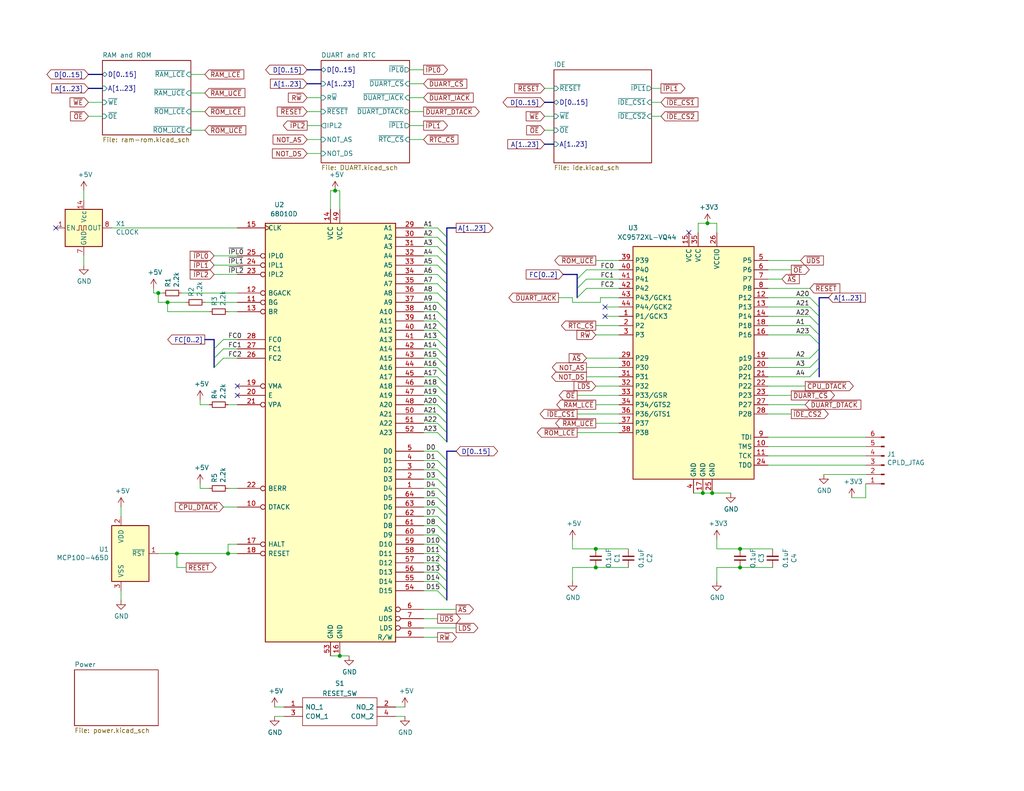
<source format=kicad_sch>
(kicad_sch (version 20211123) (generator eeschema)
  (paper "USLetter")
  (title_block (title "The Raven68k Experience") (date "2021-03-25") (rev "Rev 1.0.0") (company "Jani Kuituniemi and Chris Cureau"))
  (lib_symbols
    (symbol "CPU_NXP_68000:68010D" (pin_names (offset 0.762))
      (property "Reference" "U" (at 0 2.54 0))
      (property "Value" "68010D" (at 0 -3.81 0))
      (symbol "68010D_0_1"
        (rectangle (start -17.78 57.15) (end 17.78 -57.15) (stroke (width 0.254)) (fill (type background)))
      )
      (symbol "68010D_1_1"
        (pin bidirectional line (at 25.4 -15.24 180) (length 7.62) (name "D4") (number "1"))
        (pin input inverted (at -25.4 -20.32 0) (length 7.62) (name "DTACK") (number "10"))
        (pin output inverted (at -25.4 35.56 0) (length 7.62) (name "BG") (number "11"))
        (pin input inverted (at -25.4 38.1 0) (length 7.62) (name "BGACK") (number "12"))
        (pin input inverted (at -25.4 33.02 0) (length 7.62) (name "BR") (number "13"))
        (pin power_in line (at 0 60.96 270) (length 3.81) (name "VCC") (number "14"))
        (pin input clock (at -25.4 55.88 0) (length 7.62) (name "CLK") (number "15"))
        (pin power_in line (at 2.54 -60.96 90) (length 3.81) (name "GND") (number "16"))
        (pin bidirectional inverted (at -25.4 -30.48 0) (length 7.62) (name "HALT") (number "17"))
        (pin bidirectional inverted (at -25.4 -33.02 0) (length 7.62) (name "RESET") (number "18"))
        (pin output inverted (at -25.4 12.7 0) (length 7.62) (name "VMA") (number "19"))
        (pin bidirectional line (at 25.4 -12.7 180) (length 7.62) (name "D3") (number "2"))
        (pin output line (at -25.4 10.16 0) (length 7.62) (name "E") (number "20"))
        (pin input inverted (at -25.4 7.62 0) (length 7.62) (name "VPA") (number "21"))
        (pin input inverted (at -25.4 -15.24 0) (length 7.62) (name "BERR") (number "22"))
        (pin input inverted (at -25.4 43.18 0) (length 7.62) (name "IPL2") (number "23"))
        (pin input inverted (at -25.4 45.72 0) (length 7.62) (name "IPL1") (number "24"))
        (pin input inverted (at -25.4 48.26 0) (length 7.62) (name "IPL0") (number "25"))
        (pin output line (at -25.4 20.32 0) (length 7.62) (name "FC2") (number "26"))
        (pin output line (at -25.4 22.86 0) (length 7.62) (name "FC1") (number "27"))
        (pin output line (at -25.4 25.4 0) (length 7.62) (name "FC0") (number "28"))
        (pin output line (at 25.4 55.88 180) (length 7.62) (name "A1") (number "29"))
        (pin bidirectional line (at 25.4 -10.16 180) (length 7.62) (name "D2") (number "3"))
        (pin output line (at 25.4 53.34 180) (length 7.62) (name "A2") (number "30"))
        (pin output line (at 25.4 50.8 180) (length 7.62) (name "A3") (number "31"))
        (pin output line (at 25.4 48.26 180) (length 7.62) (name "A4") (number "32"))
        (pin output line (at 25.4 45.72 180) (length 7.62) (name "A5") (number "33"))
        (pin output line (at 25.4 43.18 180) (length 7.62) (name "A6") (number "34"))
        (pin output line (at 25.4 40.64 180) (length 7.62) (name "A7") (number "35"))
        (pin output line (at 25.4 38.1 180) (length 7.62) (name "A8") (number "36"))
        (pin output line (at 25.4 35.56 180) (length 7.62) (name "A9") (number "37"))
        (pin output line (at 25.4 33.02 180) (length 7.62) (name "A10") (number "38"))
        (pin output line (at 25.4 30.48 180) (length 7.62) (name "A11") (number "39"))
        (pin bidirectional line (at 25.4 -7.62 180) (length 7.62) (name "D1") (number "4"))
        (pin output line (at 25.4 27.94 180) (length 7.62) (name "A12") (number "40"))
        (pin output line (at 25.4 25.4 180) (length 7.62) (name "A13") (number "41"))
        (pin output line (at 25.4 22.86 180) (length 7.62) (name "A14") (number "42"))
        (pin output line (at 25.4 20.32 180) (length 7.62) (name "A15") (number "43"))
        (pin output line (at 25.4 17.78 180) (length 7.62) (name "A16") (number "44"))
        (pin output line (at 25.4 15.24 180) (length 7.62) (name "A17") (number "45"))
        (pin output line (at 25.4 12.7 180) (length 7.62) (name "A18") (number "46"))
        (pin output line (at 25.4 10.16 180) (length 7.62) (name "A19") (number "47"))
        (pin output line (at 25.4 7.62 180) (length 7.62) (name "A20") (number "48"))
        (pin power_in line (at 2.54 60.96 270) (length 3.81) (name "VCC") (number "49"))
        (pin bidirectional line (at 25.4 -5.08 180) (length 7.62) (name "D0") (number "5"))
        (pin output line (at 25.4 5.08 180) (length 7.62) (name "A21") (number "50"))
        (pin output line (at 25.4 2.54 180) (length 7.62) (name "A22") (number "51"))
        (pin output line (at 25.4 0 180) (length 7.62) (name "A23") (number "52"))
        (pin power_in line (at 0 -60.96 90) (length 3.81) (name "GND") (number "53"))
        (pin bidirectional line (at 25.4 -43.18 180) (length 7.62) (name "D15") (number "54"))
        (pin bidirectional line (at 25.4 -40.64 180) (length 7.62) (name "D14") (number "55"))
        (pin bidirectional line (at 25.4 -38.1 180) (length 7.62) (name "D13") (number "56"))
        (pin bidirectional line (at 25.4 -35.56 180) (length 7.62) (name "D12") (number "57"))
        (pin bidirectional line (at 25.4 -33.02 180) (length 7.62) (name "D11") (number "58"))
        (pin bidirectional line (at 25.4 -30.48 180) (length 7.62) (name "D10") (number "59"))
        (pin output inverted (at 25.4 -48.26 180) (length 7.62) (name "AS") (number "6"))
        (pin bidirectional line (at 25.4 -27.94 180) (length 7.62) (name "D9") (number "60"))
        (pin bidirectional line (at 25.4 -25.4 180) (length 7.62) (name "D8") (number "61"))
        (pin bidirectional line (at 25.4 -22.86 180) (length 7.62) (name "D7") (number "62"))
        (pin bidirectional line (at 25.4 -20.32 180) (length 7.62) (name "D6") (number "63"))
        (pin bidirectional line (at 25.4 -17.78 180) (length 7.62) (name "D5") (number "64"))
        (pin output inverted (at 25.4 -50.8 180) (length 7.62) (name "UDS") (number "7"))
        (pin output inverted (at 25.4 -53.34 180) (length 7.62) (name "LDS") (number "8"))
        (pin output line (at 25.4 -55.88 180) (length 7.62) (name "R/W") (number "9"))
      )
    )
    (symbol "Connector:Conn_01x06_Male" (pin_names (offset 1.016) hide)
      (property "Reference" "J" (at 0 7.62 0))
      (property "Value" "Conn_01x06_Male" (at 0 -10.16 0))
      (symbol "Conn_01x06_Male_1_1"
        (polyline (pts (xy 1.27 -7.62) (xy 0.8636 -7.62)) (stroke (width 0.1524)))
        (polyline (pts (xy 1.27 -5.08) (xy 0.8636 -5.08)) (stroke (width 0.1524)))
        (polyline (pts (xy 1.27 -2.54) (xy 0.8636 -2.54)) (stroke (width 0.1524)))
        (polyline (pts (xy 1.27 0) (xy 0.8636 0)) (stroke (width 0.1524)))
        (polyline (pts (xy 1.27 2.54) (xy 0.8636 2.54)) (stroke (width 0.1524)))
        (polyline (pts (xy 1.27 5.08) (xy 0.8636 5.08)) (stroke (width 0.1524)))
        (rectangle (start 0.8636 -7.493) (end 0 -7.747) (stroke (width 0.1524)) (fill (type outline)))
        (rectangle (start 0.8636 -4.953) (end 0 -5.207) (stroke (width 0.1524)) (fill (type outline)))
        (rectangle (start 0.8636 -2.413) (end 0 -2.667) (stroke (width 0.1524)) (fill (type outline)))
        (rectangle (start 0.8636 0.127) (end 0 -0.127) (stroke (width 0.1524)) (fill (type outline)))
        (rectangle (start 0.8636 2.667) (end 0 2.413) (stroke (width 0.1524)) (fill (type outline)))
        (rectangle (start 0.8636 5.207) (end 0 4.953) (stroke (width 0.1524)) (fill (type outline)))
        (pin passive line (at 5.08 5.08 180) (length 3.81) (name "Pin_1") (number "1"))
        (pin passive line (at 5.08 2.54 180) (length 3.81) (name "Pin_2") (number "2"))
        (pin passive line (at 5.08 0 180) (length 3.81) (name "Pin_3") (number "3"))
        (pin passive line (at 5.08 -2.54 180) (length 3.81) (name "Pin_4") (number "4"))
        (pin passive line (at 5.08 -5.08 180) (length 3.81) (name "Pin_5") (number "5"))
        (pin passive line (at 5.08 -7.62 180) (length 3.81) (name "Pin_6") (number "6"))
      )
    )
    (symbol "Device:C_Small" (pin_numbers hide) (pin_names (offset 0.254) hide)
      (property "Reference" "C" (at 0.254 1.778 0))
      (property "Value" "C_Small" (at 0.254 -2.032 0))
      (symbol "C_Small_0_1"
        (polyline (pts (xy -1.524 -0.508) (xy 1.524 -0.508)) (stroke (width 0.3302)))
        (polyline (pts (xy -1.524 0.508) (xy 1.524 0.508)) (stroke (width 0.3048)))
      )
      (symbol "C_Small_1_1"
        (pin passive line (at 0 2.54 270) (length 2.032) (name "~") (number "1"))
        (pin passive line (at 0 -2.54 90) (length 2.032) (name "~") (number "2"))
      )
    )
    (symbol "Device:R_Small" (pin_numbers hide) (pin_names (offset 0.254) hide)
      (property "Reference" "R" (at 0.762 0.508 0))
      (property "Value" "R_Small" (at 0.762 -1.016 0))
      (symbol "R_Small_0_1"
        (rectangle (start -0.762 1.778) (end 0.762 -1.778) (stroke (width 0.2032)))
      )
      (symbol "R_Small_1_1"
        (pin passive line (at 0 2.54 270) (length 0.762) (name "~") (number "1"))
        (pin passive line (at 0 -2.54 90) (length 0.762) (name "~") (number "2"))
      )
    )
    (symbol "Oscillator:CXO_DIP14" (pin_names (offset 0.254))
      (property "Reference" "X" (at -5.08 6.35 0))
      (property "Value" "CXO_DIP14" (at 1.27 -6.35 0))
      (symbol "CXO_DIP14_0_1"
        (rectangle (start -5.08 5.08) (end 5.08 -5.08) (stroke (width 0.254)) (fill (type background)))
        (polyline (pts (xy -1.905 -0.635) (xy -1.27 -0.635) (xy -1.27 0.635) (xy -0.635 0.635) (xy -0.635 -0.635) (xy 0 -0.635) (xy 0 0.635) (xy 0.635 0.635) (xy 0.635 -0.635)))
      )
      (symbol "CXO_DIP14_1_1"
        (pin input line (at -7.62 0 0) (length 2.54) (name "EN") (number "1"))
        (pin power_in line (at 0 7.62 270) (length 2.54) (name "Vcc") (number "14"))
        (pin power_in line (at 0 -7.62 90) (length 2.54) (name "GND") (number "7"))
        (pin output line (at 7.62 0 180) (length 2.54) (name "OUT") (number "8"))
      )
    )
    (symbol "Power_Supervisor:MCP100-485D" (pin_names (offset 1.016))
      (property "Reference" "U" (at 0 8.89 0))
      (property "Value" "MCP100-485D" (at -1.27 -8.89 0))
      (symbol "MCP100-485D_1_1"
        (rectangle (start -5.08 7.62) (end 5.08 -7.62) (stroke (width 0.254)) (fill (type background)))
        (pin output line (at 7.62 0 180) (length 2.54) (name "~{RST}") (number "1"))
        (pin power_in line (at -2.54 10.16 270) (length 2.54) (name "VDD") (number "2"))
        (pin power_in line (at -2.54 -10.16 90) (length 2.54) (name "VSS") (number "3"))
      )
    )
    (symbol "custom:TS02-66-170-BK-160-SCR-D" (pin_names (offset 0.762))
      (property "Reference" "S" (at 26.67 7.62 0))
      (property "Value" "TS02-66-170-BK-160-SCR-D" (at 26.67 5.08 0))
      (symbol "TS02-66-170-BK-160-SCR-D_0_0"
        (pin passive line (at 0 0 0) (length 5.08) (name "NO_1") (number "1"))
        (pin passive line (at 30.48 0 180) (length 5.08) (name "NO_2") (number "2"))
        (pin passive line (at 0 -2.54 0) (length 5.08) (name "COM_1") (number "3"))
        (pin passive line (at 30.48 -2.54 180) (length 5.08) (name "COM_2") (number "4"))
      )
      (symbol "TS02-66-170-BK-160-SCR-D_0_1"
        (polyline (pts (xy 5.08 2.54) (xy 25.4 2.54) (xy 25.4 -5.08) (xy 5.08 -5.08) (xy 5.08 2.54)) (stroke (width 0.1524)))
      )
    )
    (symbol "custom:XC9572XL-VQ44"
      (property "Reference" "U" (at -15.24 31.75 0))
      (property "Value" "XC9572XL-VQ44" (at -16.51 -34.29 0))
      (symbol "XC9572XL-VQ44_1_1"
        (rectangle (start -16.51 30.48) (end 16.51 -33.02) (stroke (width 0.254)) (fill (type background)))
        (pin bidirectional line (at -20.32 11.43 0) (length 3.81) (name "P1/GCK3") (number "1"))
        (pin input line (at 20.32 -24.13 180) (length 3.81) (name "TMS") (number "10"))
        (pin input line (at 20.32 -26.67 180) (length 3.81) (name "TCK") (number "11"))
        (pin bidirectional line (at 20.32 16.51 180) (length 3.81) (name "P12") (number "12"))
        (pin bidirectional line (at 20.32 13.97 180) (length 3.81) (name "P13") (number "13"))
        (pin bidirectional line (at 20.32 11.43 180) (length 3.81) (name "P14") (number "14"))
        (pin power_in line (at -1.27 34.29 270) (length 3.81) (name "VCC") (number "15"))
        (pin bidirectional line (at 20.32 6.35 180) (length 3.81) (name "P16") (number "16"))
        (pin power_in line (at 2.54 -36.83 90) (length 3.81) (name "GND") (number "17"))
        (pin bidirectional line (at 20.32 8.89 180) (length 3.81) (name "P18") (number "18"))
        (pin bidirectional line (at 20.32 0 180) (length 3.81) (name "p19") (number "19"))
        (pin bidirectional line (at -20.32 8.89 0) (length 3.81) (name "P2") (number "2"))
        (pin bidirectional line (at 20.32 -2.54 180) (length 3.81) (name "p20") (number "20"))
        (pin bidirectional line (at 20.32 -5.08 180) (length 3.81) (name "P21") (number "21"))
        (pin bidirectional line (at 20.32 -7.62 180) (length 3.81) (name "P22") (number "22"))
        (pin bidirectional line (at 20.32 -10.16 180) (length 3.81) (name "P23") (number "23"))
        (pin output line (at 20.32 -29.21 180) (length 3.81) (name "TDO") (number "24"))
        (pin power_in line (at 5.08 -36.83 90) (length 3.81) (name "GND") (number "25"))
        (pin power_in line (at 6.35 34.29 270) (length 3.81) (name "VCCIO") (number "26"))
        (pin bidirectional line (at 20.32 -12.7 180) (length 3.81) (name "P27") (number "27"))
        (pin bidirectional line (at 20.32 -15.24 180) (length 3.81) (name "P28") (number "28"))
        (pin bidirectional line (at -20.32 0 0) (length 3.81) (name "P29") (number "29"))
        (pin bidirectional line (at -20.32 6.35 0) (length 3.81) (name "P3") (number "3"))
        (pin bidirectional line (at -20.32 -2.54 0) (length 3.81) (name "P30") (number "30"))
        (pin bidirectional line (at -20.32 -5.08 0) (length 3.81) (name "P31") (number "31"))
        (pin bidirectional line (at -20.32 -7.62 0) (length 3.81) (name "P32") (number "32"))
        (pin bidirectional line (at -20.32 -10.16 0) (length 3.81) (name "P33/GSR") (number "33"))
        (pin bidirectional line (at -20.32 -12.7 0) (length 3.81) (name "P34/GTS2") (number "34"))
        (pin power_in line (at 1.27 34.29 270) (length 3.81) (name "VCC") (number "35"))
        (pin bidirectional line (at -20.32 -15.24 0) (length 3.81) (name "P36/GTS1") (number "36"))
        (pin bidirectional line (at -20.32 -17.78 0) (length 3.81) (name "P37") (number "37"))
        (pin bidirectional line (at -20.32 -20.32 0) (length 3.81) (name "P38") (number "38"))
        (pin bidirectional line (at -20.32 26.67 0) (length 3.81) (name "P39") (number "39"))
        (pin power_in line (at 0 -36.83 90) (length 3.81) (name "GND") (number "4"))
        (pin bidirectional line (at -20.32 24.13 0) (length 3.81) (name "P40") (number "40"))
        (pin bidirectional line (at -20.32 21.59 0) (length 3.81) (name "P41") (number "41"))
        (pin bidirectional line (at -20.32 19.05 0) (length 3.81) (name "P42") (number "42"))
        (pin bidirectional line (at -20.32 16.51 0) (length 3.81) (name "P43/GCK1") (number "43"))
        (pin bidirectional line (at -20.32 13.97 0) (length 3.81) (name "P44/GCK2") (number "44"))
        (pin bidirectional line (at 20.32 26.67 180) (length 3.81) (name "P5") (number "5"))
        (pin bidirectional line (at 20.32 24.13 180) (length 3.81) (name "P6") (number "6"))
        (pin bidirectional line (at 20.32 21.59 180) (length 3.81) (name "P7") (number "7"))
        (pin bidirectional line (at 20.32 19.05 180) (length 3.81) (name "P8") (number "8"))
        (pin input line (at 20.32 -21.59 180) (length 3.81) (name "TDI") (number "9"))
      )
    )
    (symbol "power:+3.3V" (power) (pin_names (offset 0))
      (property "Value" "+3.3V" (at 0 3.556 0))
      (symbol "+3.3V_0_1"
        (polyline (pts (xy -0.762 1.27) (xy 0 2.54)))
        (polyline (pts (xy 0 0) (xy 0 2.54)))
        (polyline (pts (xy 0 2.54) (xy 0.762 1.27)))
      )
      (symbol "+3.3V_1_1"
        (pin power_in line (at 0 0 90) (length 0) hide (name "+3V3") (number "1"))
      )
    )
    (symbol "power:+3V3" (power) (pin_names (offset 0))
      (property "Value" "+3V3" (at 0 3.556 0))
      (symbol "+3V3_0_1"
        (polyline (pts (xy -0.762 1.27) (xy 0 2.54)))
        (polyline (pts (xy 0 0) (xy 0 2.54)))
        (polyline (pts (xy 0 2.54) (xy 0.762 1.27)))
      )
      (symbol "+3V3_1_1"
        (pin power_in line (at 0 0 90) (length 0) hide (name "+3V3") (number "1"))
      )
    )
    (symbol "power:+5V" (power) (pin_names (offset 0))
      (property "Value" "+5V" (at 0 3.556 0))
      (symbol "+5V_0_1"
        (polyline (pts (xy -0.762 1.27) (xy 0 2.54)))
        (polyline (pts (xy 0 0) (xy 0 2.54)))
        (polyline (pts (xy 0 2.54) (xy 0.762 1.27)))
      )
      (symbol "+5V_1_1"
        (pin power_in line (at 0 0 90) (length 0) hide (name "+5V") (number "1"))
      )
    )
    (symbol "power:GND" (power) (pin_names (offset 0))
      (property "Value" "GND" (at 0 -3.81 0))
      (symbol "GND_0_1"
        (polyline (pts (xy 0 0) (xy 0 -1.27) (xy 1.27 -1.27) (xy 0 -2.54) (xy -1.27 -1.27) (xy 0 -1.27)))
      )
      (symbol "GND_1_1"
        (pin power_in line (at 0 0 270) (length 0) hide (name "GND") (number "1"))
      )
    )
  )
  (junction (at 162.56 154.94))
  (junction (at 162.56 149.86))
  (junction (at 194.31 134.62))
  (junction (at 62.23 151.13))
  (junction (at 43.18 80.01))
  (junction (at 201.93 149.86))
  (junction (at 91.44 52.07))
  (junction (at 201.93 154.94))
  (junction (at 92.71 179.07))
  (junction (at 48.26 151.13))
  (junction (at 191.77 134.62))
  (junction (at 45.72 82.55))
  (junction (at 193.04 60.96))
  (no_connect (at 64.77 105.41))
  (no_connect (at 15.24 62.23))
  (no_connect (at 165.1 86.36))
  (no_connect (at 165.1 83.82))
  (no_connect (at 64.77 107.95))
  (no_connect (at 187.96 63.5))
  (bus_entry (at 119.38 105.41) (size 2.54 2.54))
  (bus_entry (at 220.98 83.82) (size 2.54 2.54))
  (bus_entry (at 119.38 82.55) (size 2.54 2.54))
  (bus_entry (at 119.38 110.49) (size 2.54 2.54))
  (bus_entry (at 119.38 80.01) (size 2.54 2.54))
  (bus_entry (at 119.38 74.93) (size 2.54 2.54))
  (bus_entry (at 119.38 113.03) (size 2.54 2.54))
  (bus_entry (at 119.38 143.51) (size 2.54 2.54))
  (bus_entry (at 119.38 118.11) (size 2.54 2.54))
  (bus_entry (at 119.38 85.09) (size 2.54 2.54))
  (bus_entry (at 119.38 148.59) (size 2.54 2.54))
  (bus_entry (at 119.38 153.67) (size 2.54 2.54))
  (bus_entry (at 119.38 92.71) (size 2.54 2.54))
  (bus_entry (at 220.98 91.44) (size 2.54 2.54))
  (bus_entry (at 119.38 97.79) (size 2.54 2.54))
  (bus_entry (at 119.38 130.81) (size 2.54 2.54))
  (bus_entry (at 160.02 73.66) (size -2.54 2.54))
  (bus_entry (at 119.38 62.23) (size 2.54 2.54))
  (bus_entry (at 220.98 100.33) (size 2.54 -2.54))
  (bus_entry (at 119.38 115.57) (size 2.54 2.54))
  (bus_entry (at 119.38 135.89) (size 2.54 2.54))
  (bus_entry (at 160.02 76.2) (size -2.54 2.54))
  (bus_entry (at 119.38 125.73) (size 2.54 2.54))
  (bus_entry (at 220.98 88.9) (size 2.54 2.54))
  (bus_entry (at 119.38 90.17) (size 2.54 2.54))
  (bus_entry (at 119.38 146.05) (size 2.54 2.54))
  (bus_entry (at 119.38 107.95) (size 2.54 2.54))
  (bus_entry (at 119.38 64.77) (size 2.54 2.54))
  (bus_entry (at 60.96 92.71) (size -2.54 2.54))
  (bus_entry (at 60.96 97.79) (size -2.54 2.54))
  (bus_entry (at 220.98 81.28) (size 2.54 2.54))
  (bus_entry (at 119.38 72.39) (size 2.54 2.54))
  (bus_entry (at 119.38 100.33) (size 2.54 2.54))
  (bus_entry (at 119.38 102.87) (size 2.54 2.54))
  (bus_entry (at 220.98 102.87) (size 2.54 -2.54))
  (bus_entry (at 119.38 138.43) (size 2.54 2.54))
  (bus_entry (at 119.38 161.29) (size 2.54 2.54))
  (bus_entry (at 119.38 156.21) (size 2.54 2.54))
  (bus_entry (at 119.38 95.25) (size 2.54 2.54))
  (bus_entry (at 119.38 67.31) (size 2.54 2.54))
  (bus_entry (at 119.38 140.97) (size 2.54 2.54))
  (bus_entry (at 160.02 78.74) (size -2.54 2.54))
  (bus_entry (at 220.98 86.36) (size 2.54 2.54))
  (bus_entry (at 119.38 87.63) (size 2.54 2.54))
  (bus_entry (at 220.98 97.79) (size 2.54 -2.54))
  (bus_entry (at 119.38 77.47) (size 2.54 2.54))
  (bus_entry (at 119.38 158.75) (size 2.54 2.54))
  (bus_entry (at 119.38 151.13) (size 2.54 2.54))
  (bus_entry (at 119.38 123.19) (size 2.54 2.54))
  (bus_entry (at 119.38 128.27) (size 2.54 2.54))
  (bus_entry (at 60.96 95.25) (size -2.54 2.54))
  (bus_entry (at 119.38 69.85) (size 2.54 2.54))
  (bus_entry (at 119.38 133.35) (size 2.54 2.54))
  (bus (pts (xy 121.92 130.81) (xy 121.92 133.35)))
  (wire (pts (xy 119.38 97.79) (xy 115.57 97.79)))
  (bus (pts (xy 24.13 20.32) (xy 27.94 20.32)))
  (wire (pts (xy 162.56 115.57) (xy 168.91 115.57)))
  (wire (pts (xy 115.57 153.67) (xy 119.38 153.67)))
  (wire (pts (xy 92.71 179.07) (xy 95.25 179.07)))
  (bus (pts (xy 121.92 118.11) (xy 121.92 120.65)))
  (bus (pts (xy 121.92 143.51) (xy 121.92 146.05)))
  (wire (pts (xy 43.18 80.01) (xy 41.91 80.01)))
  (bus (pts (xy 121.92 97.79) (xy 121.92 100.33)))
  (bus (pts (xy 157.48 74.93) (xy 157.48 76.2)))
  (wire (pts (xy 160.02 100.33) (xy 168.91 100.33)))
  (wire (pts (xy 115.57 173.99) (xy 119.38 173.99)))
  (wire (pts (xy 160.02 102.87) (xy 168.91 102.87)))
  (wire (pts (xy 209.55 91.44) (xy 220.98 91.44)))
  (wire (pts (xy 209.55 81.28) (xy 220.98 81.28)))
  (bus (pts (xy 83.82 19.05) (xy 87.63 19.05)))
  (wire (pts (xy 151.13 24.13) (xy 148.59 24.13)))
  (bus (pts (xy 121.92 138.43) (xy 121.92 140.97)))
  (wire (pts (xy 151.13 31.75) (xy 148.59 31.75)))
  (wire (pts (xy 119.38 87.63) (xy 115.57 87.63)))
  (bus (pts (xy 223.52 100.33) (xy 223.52 102.87)))
  (bus (pts (xy 121.92 100.33) (xy 121.92 102.87)))
  (bus (pts (xy 148.59 27.94) (xy 151.13 27.94)))
  (wire (pts (xy 195.58 60.96) (xy 193.04 60.96)))
  (wire (pts (xy 41.91 80.01) (xy 41.91 78.74)))
  (wire (pts (xy 168.91 83.82) (xy 165.1 83.82)))
  (wire (pts (xy 115.57 133.35) (xy 119.38 133.35)))
  (wire (pts (xy 60.96 97.79) (xy 64.77 97.79)))
  (bus (pts (xy 121.92 95.25) (xy 121.92 97.79)))
  (wire (pts (xy 156.21 82.55) (xy 163.83 82.55)))
  (wire (pts (xy 119.38 80.01) (xy 115.57 80.01)))
  (wire (pts (xy 64.77 85.09) (xy 62.23 85.09)))
  (bus (pts (xy 223.52 83.82) (xy 223.52 86.36)))
  (wire (pts (xy 115.57 171.45) (xy 124.46 171.45)))
  (bus (pts (xy 223.52 91.44) (xy 223.52 93.98)))
  (wire (pts (xy 115.57 151.13) (xy 119.38 151.13)))
  (wire (pts (xy 177.8 24.13) (xy 180.34 24.13)))
  (wire (pts (xy 27.94 31.75) (xy 24.13 31.75)))
  (wire (pts (xy 54.61 133.35) (xy 54.61 132.08)))
  (bus (pts (xy 121.92 62.23) (xy 124.46 62.23)))
  (wire (pts (xy 115.57 146.05) (xy 119.38 146.05)))
  (wire (pts (xy 151.13 35.56) (xy 148.59 35.56)))
  (wire (pts (xy 115.57 140.97) (xy 119.38 140.97)))
  (wire (pts (xy 195.58 149.86) (xy 201.93 149.86)))
  (wire (pts (xy 163.83 81.28) (xy 168.91 81.28)))
  (wire (pts (xy 210.82 154.94) (xy 201.93 154.94)))
  (wire (pts (xy 119.38 85.09) (xy 115.57 85.09)))
  (bus (pts (xy 121.92 90.17) (xy 121.92 92.71)))
  (wire (pts (xy 87.63 26.67) (xy 83.82 26.67)))
  (wire (pts (xy 119.38 102.87) (xy 115.57 102.87)))
  (wire (pts (xy 209.55 113.03) (xy 215.9 113.03)))
  (wire (pts (xy 111.76 34.29) (xy 115.57 34.29)))
  (bus (pts (xy 121.92 62.23) (xy 121.92 64.77)))
  (bus (pts (xy 83.82 22.86) (xy 87.63 22.86)))
  (wire (pts (xy 27.94 27.94) (xy 24.13 27.94)))
  (wire (pts (xy 60.96 92.71) (xy 64.77 92.71)))
  (wire (pts (xy 45.72 82.55) (xy 43.18 82.55)))
  (wire (pts (xy 115.57 38.1) (xy 111.76 38.1)))
  (wire (pts (xy 45.72 85.09) (xy 45.72 82.55)))
  (wire (pts (xy 119.38 110.49) (xy 115.57 110.49)))
  (wire (pts (xy 64.77 80.01) (xy 49.53 80.01)))
  (bus (pts (xy 223.52 93.98) (xy 223.52 95.25)))
  (wire (pts (xy 119.38 107.95) (xy 115.57 107.95)))
  (wire (pts (xy 83.82 34.29) (xy 87.63 34.29)))
  (wire (pts (xy 64.77 148.59) (xy 62.23 148.59)))
  (wire (pts (xy 52.07 20.32) (xy 55.88 20.32)))
  (wire (pts (xy 236.22 135.89) (xy 232.41 135.89)))
  (wire (pts (xy 119.38 90.17) (xy 115.57 90.17)))
  (wire (pts (xy 119.38 95.25) (xy 115.57 95.25)))
  (wire (pts (xy 115.57 62.23) (xy 119.38 62.23)))
  (wire (pts (xy 48.26 154.94) (xy 48.26 151.13)))
  (wire (pts (xy 115.57 118.11) (xy 119.38 118.11)))
  (wire (pts (xy 115.57 168.91) (xy 119.38 168.91)))
  (wire (pts (xy 156.21 154.94) (xy 156.21 158.75)))
  (wire (pts (xy 119.38 72.39) (xy 115.57 72.39)))
  (wire (pts (xy 157.48 113.03) (xy 168.91 113.03)))
  (wire (pts (xy 209.55 71.12) (xy 218.44 71.12)))
  (wire (pts (xy 30.48 62.23) (xy 64.77 62.23)))
  (bus (pts (xy 121.92 151.13) (xy 121.92 153.67)))
  (wire (pts (xy 162.56 88.9) (xy 168.91 88.9)))
  (wire (pts (xy 92.71 52.07) (xy 91.44 52.07)))
  (wire (pts (xy 115.57 125.73) (xy 119.38 125.73)))
  (bus (pts (xy 121.92 69.85) (xy 121.92 72.39)))
  (bus (pts (xy 121.92 146.05) (xy 121.92 148.59)))
  (wire (pts (xy 156.21 149.86) (xy 162.56 149.86)))
  (bus (pts (xy 121.92 74.93) (xy 121.92 77.47)))
  (wire (pts (xy 111.76 26.67) (xy 115.57 26.67)))
  (wire (pts (xy 92.71 52.07) (xy 92.71 57.15)))
  (bus (pts (xy 121.92 87.63) (xy 121.92 90.17)))
  (wire (pts (xy 160.02 78.74) (xy 168.91 78.74)))
  (wire (pts (xy 62.23 110.49) (xy 64.77 110.49)))
  (bus (pts (xy 121.92 140.97) (xy 121.92 143.51)))
  (bus (pts (xy 58.42 92.71) (xy 55.88 92.71)))
  (wire (pts (xy 54.61 110.49) (xy 54.61 109.22)))
  (wire (pts (xy 43.18 151.13) (xy 48.26 151.13)))
  (wire (pts (xy 209.55 110.49) (xy 219.71 110.49)))
  (wire (pts (xy 171.45 154.94) (xy 162.56 154.94)))
  (bus (pts (xy 223.52 86.36) (xy 223.52 88.9)))
  (wire (pts (xy 33.02 161.29) (xy 33.02 163.83)))
  (wire (pts (xy 209.55 97.79) (xy 220.98 97.79)))
  (wire (pts (xy 201.93 154.94) (xy 195.58 154.94)))
  (wire (pts (xy 157.48 107.95) (xy 168.91 107.95)))
  (wire (pts (xy 62.23 148.59) (xy 62.23 151.13)))
  (wire (pts (xy 177.8 31.75) (xy 180.34 31.75)))
  (wire (pts (xy 156.21 81.28) (xy 156.21 82.55)))
  (bus (pts (xy 223.52 81.28) (xy 223.52 83.82)))
  (wire (pts (xy 195.58 63.5) (xy 195.58 60.96)))
  (wire (pts (xy 115.57 130.81) (xy 119.38 130.81)))
  (bus (pts (xy 121.92 82.55) (xy 121.92 85.09)))
  (wire (pts (xy 156.21 147.32) (xy 156.21 149.86)))
  (bus (pts (xy 121.92 123.19) (xy 121.92 125.73)))
  (bus (pts (xy 121.92 64.77) (xy 121.92 67.31)))
  (wire (pts (xy 107.95 195.58) (xy 110.49 195.58)))
  (wire (pts (xy 209.55 73.66) (xy 215.9 73.66)))
  (wire (pts (xy 87.63 41.91) (xy 83.82 41.91)))
  (wire (pts (xy 60.96 95.25) (xy 64.77 95.25)))
  (wire (pts (xy 64.77 138.43) (xy 60.96 138.43)))
  (wire (pts (xy 162.56 149.86) (xy 171.45 149.86)))
  (wire (pts (xy 115.57 113.03) (xy 119.38 113.03)))
  (wire (pts (xy 190.5 60.96) (xy 190.5 63.5)))
  (bus (pts (xy 121.92 153.67) (xy 121.92 156.21)))
  (wire (pts (xy 209.55 127) (xy 236.22 127)))
  (wire (pts (xy 209.55 124.46) (xy 236.22 124.46)))
  (bus (pts (xy 223.52 88.9) (xy 223.52 91.44)))
  (wire (pts (xy 162.56 91.44) (xy 168.91 91.44)))
  (bus (pts (xy 58.42 95.25) (xy 58.42 97.79)))
  (bus (pts (xy 121.92 110.49) (xy 121.92 113.03)))
  (wire (pts (xy 115.57 115.57) (xy 119.38 115.57)))
  (wire (pts (xy 90.17 52.07) (xy 90.17 57.15)))
  (wire (pts (xy 52.07 35.56) (xy 55.88 35.56)))
  (bus (pts (xy 121.92 125.73) (xy 121.92 128.27)))
  (wire (pts (xy 195.58 147.32) (xy 195.58 149.86)))
  (wire (pts (xy 115.57 64.77) (xy 119.38 64.77)))
  (wire (pts (xy 115.57 166.37) (xy 124.46 166.37)))
  (wire (pts (xy 90.17 52.07) (xy 91.44 52.07)))
  (wire (pts (xy 74.93 195.58) (xy 77.47 195.58)))
  (bus (pts (xy 121.92 158.75) (xy 121.92 161.29)))
  (wire (pts (xy 195.58 154.94) (xy 195.58 158.75)))
  (bus (pts (xy 121.92 128.27) (xy 121.92 130.81)))
  (wire (pts (xy 119.38 100.33) (xy 115.57 100.33)))
  (wire (pts (xy 209.55 86.36) (xy 220.98 86.36)))
  (wire (pts (xy 64.77 82.55) (xy 55.88 82.55)))
  (wire (pts (xy 50.8 154.94) (xy 48.26 154.94)))
  (wire (pts (xy 160.02 76.2) (xy 168.91 76.2)))
  (wire (pts (xy 209.55 100.33) (xy 220.98 100.33)))
  (wire (pts (xy 119.38 92.71) (xy 115.57 92.71)))
  (bus (pts (xy 121.92 123.19) (xy 124.46 123.19)))
  (wire (pts (xy 52.07 25.4) (xy 55.88 25.4)))
  (wire (pts (xy 209.55 121.92) (xy 236.22 121.92)))
  (wire (pts (xy 57.15 133.35) (xy 54.61 133.35)))
  (wire (pts (xy 57.15 85.09) (xy 45.72 85.09)))
  (wire (pts (xy 162.56 105.41) (xy 168.91 105.41)))
  (bus (pts (xy 121.92 113.03) (xy 121.92 115.57)))
  (bus (pts (xy 121.92 115.57) (xy 121.92 118.11)))
  (wire (pts (xy 168.91 86.36) (xy 165.1 86.36)))
  (wire (pts (xy 115.57 138.43) (xy 119.38 138.43)))
  (wire (pts (xy 115.57 148.59) (xy 119.38 148.59)))
  (wire (pts (xy 119.38 74.93) (xy 115.57 74.93)))
  (wire (pts (xy 162.56 110.49) (xy 168.91 110.49)))
  (wire (pts (xy 50.8 82.55) (xy 45.72 82.55)))
  (wire (pts (xy 111.76 22.86) (xy 115.57 22.86)))
  (wire (pts (xy 209.55 76.2) (xy 213.36 76.2)))
  (wire (pts (xy 87.63 30.48) (xy 83.82 30.48)))
  (wire (pts (xy 119.38 105.41) (xy 115.57 105.41)))
  (wire (pts (xy 209.55 88.9) (xy 220.98 88.9)))
  (wire (pts (xy 163.83 81.28) (xy 163.83 82.55)))
  (bus (pts (xy 121.92 133.35) (xy 121.92 135.89)))
  (wire (pts (xy 57.15 110.49) (xy 54.61 110.49)))
  (wire (pts (xy 22.86 52.07) (xy 22.86 54.61)))
  (bus (pts (xy 157.48 78.74) (xy 157.48 81.28)))
  (wire (pts (xy 160.02 97.79) (xy 168.91 97.79)))
  (wire (pts (xy 193.04 60.96) (xy 190.5 60.96)))
  (bus (pts (xy 121.92 72.39) (xy 121.92 74.93)))
  (wire (pts (xy 236.22 132.08) (xy 236.22 135.89)))
  (wire (pts (xy 209.55 83.82) (xy 220.98 83.82)))
  (wire (pts (xy 152.4 81.28) (xy 156.21 81.28)))
  (wire (pts (xy 162.56 154.94) (xy 156.21 154.94)))
  (wire (pts (xy 115.57 135.89) (xy 119.38 135.89)))
  (wire (pts (xy 157.48 118.11) (xy 168.91 118.11)))
  (wire (pts (xy 107.95 193.04) (xy 110.49 193.04)))
  (bus (pts (xy 58.42 97.79) (xy 58.42 100.33)))
  (bus (pts (xy 121.92 77.47) (xy 121.92 80.01)))
  (wire (pts (xy 224.79 129.54) (xy 236.22 129.54)))
  (bus (pts (xy 121.92 80.01) (xy 121.92 82.55)))
  (wire (pts (xy 119.38 161.29) (xy 115.57 161.29)))
  (wire (pts (xy 191.77 134.62) (xy 194.31 134.62)))
  (bus (pts (xy 121.92 161.29) (xy 121.92 163.83)))
  (wire (pts (xy 115.57 158.75) (xy 119.38 158.75)))
  (wire (pts (xy 209.55 78.74) (xy 220.98 78.74)))
  (bus (pts (xy 121.92 102.87) (xy 121.92 105.41)))
  (wire (pts (xy 115.57 67.31) (xy 119.38 67.31)))
  (bus (pts (xy 223.52 95.25) (xy 223.52 97.79)))
  (bus (pts (xy 223.52 97.79) (xy 223.52 100.33)))
  (wire (pts (xy 22.86 69.85) (xy 22.86 72.39)))
  (wire (pts (xy 115.57 128.27) (xy 119.38 128.27)))
  (wire (pts (xy 115.57 156.21) (xy 119.38 156.21)))
  (wire (pts (xy 58.42 72.39) (xy 64.77 72.39)))
  (bus (pts (xy 157.48 76.2) (xy 157.48 78.74)))
  (wire (pts (xy 162.56 71.12) (xy 168.91 71.12)))
  (wire (pts (xy 43.18 82.55) (xy 43.18 80.01)))
  (wire (pts (xy 52.07 30.48) (xy 55.88 30.48)))
  (wire (pts (xy 119.38 77.47) (xy 115.57 77.47)))
  (wire (pts (xy 201.93 149.86) (xy 210.82 149.86)))
  (wire (pts (xy 194.31 134.62) (xy 199.39 134.62)))
  (wire (pts (xy 209.55 105.41) (xy 219.71 105.41)))
  (bus (pts (xy 121.92 105.41) (xy 121.92 107.95)))
  (wire (pts (xy 111.76 30.48) (xy 115.57 30.48)))
  (bus (pts (xy 121.92 85.09) (xy 121.92 87.63)))
  (wire (pts (xy 209.55 102.87) (xy 220.98 102.87)))
  (wire (pts (xy 87.63 38.1) (xy 83.82 38.1)))
  (wire (pts (xy 48.26 151.13) (xy 62.23 151.13)))
  (wire (pts (xy 74.93 193.04) (xy 77.47 193.04)))
  (bus (pts (xy 148.59 39.37) (xy 151.13 39.37)))
  (wire (pts (xy 90.17 179.07) (xy 92.71 179.07)))
  (bus (pts (xy 157.48 74.93) (xy 153.67 74.93)))
  (wire (pts (xy 189.23 134.62) (xy 191.77 134.62)))
  (bus (pts (xy 58.42 92.71) (xy 58.42 95.25)))
  (bus (pts (xy 24.13 24.13) (xy 27.94 24.13)))
  (wire (pts (xy 209.55 107.95) (xy 215.9 107.95)))
  (bus (pts (xy 223.52 81.28) (xy 226.06 81.28)))
  (wire (pts (xy 58.42 74.93) (xy 64.77 74.93)))
  (bus (pts (xy 121.92 148.59) (xy 121.92 151.13)))
  (wire (pts (xy 62.23 151.13) (xy 64.77 151.13)))
  (wire (pts (xy 160.02 73.66) (xy 168.91 73.66)))
  (wire (pts (xy 62.23 133.35) (xy 64.77 133.35)))
  (bus (pts (xy 121.92 67.31) (xy 121.92 69.85)))
  (wire (pts (xy 58.42 69.85) (xy 64.77 69.85)))
  (wire (pts (xy 115.57 143.51) (xy 119.38 143.51)))
  (wire (pts (xy 209.55 119.38) (xy 236.22 119.38)))
  (wire (pts (xy 115.57 69.85) (xy 119.38 69.85)))
  (wire (pts (xy 115.57 123.19) (xy 119.38 123.19)))
  (bus (pts (xy 121.92 156.21) (xy 121.92 158.75)))
  (wire (pts (xy 111.76 19.05) (xy 115.57 19.05)))
  (bus (pts (xy 121.92 135.89) (xy 121.92 138.43)))
  (wire (pts (xy 119.38 82.55) (xy 115.57 82.55)))
  (wire (pts (xy 33.02 138.43) (xy 33.02 140.97)))
  (bus (pts (xy 121.92 107.95) (xy 121.92 110.49)))
  (bus (pts (xy 121.92 92.71) (xy 121.92 95.25)))
  (wire (pts (xy 177.8 27.94) (xy 180.34 27.94)))
  (wire (pts (xy 44.45 80.01) (xy 43.18 80.01)))
  (label "A5" (at 115.57 72.39 0))
  (label "A22" (at 217.17 86.36 0))
  (label "A22" (at 115.57 115.57 0))
  (label "D8" (at 116.205 143.51 0))
  (label "D12" (at 116.205 153.67 0))
  (label "A4" (at 217.17 102.87 0))
  (label "A21" (at 115.57 113.03 0))
  (label "A10" (at 115.57 85.09 0))
  (label "A11" (at 115.57 87.63 0))
  (label "D15" (at 116.205 161.29 0))
  (label "A17" (at 115.57 102.87 0))
  (label "~{IPL1}" (at 62.23 72.39 0))
  (label "~{IPL0}" (at 62.23 69.85 0))
  (label "FC2" (at 163.83 78.74 0))
  (label "A13" (at 115.57 92.71 0))
  (label "A2" (at 115.57 64.77 0))
  (label "D6" (at 116.205 138.43 0))
  (label "A1" (at 115.57 62.23 0))
  (label "FC2" (at 62.23 97.79 0))
  (label "FC1" (at 62.23 95.25 0))
  (label "D5" (at 116.205 135.89 0))
  (label "A6" (at 115.57 74.93 0))
  (label "A3" (at 217.17 100.33 0))
  (label "A4" (at 115.57 69.85 0))
  (label "D7" (at 116.205 140.97 0))
  (label "A21" (at 217.17 83.82 0))
  (label "D4" (at 116.205 133.35 0))
  (label "A8" (at 115.57 80.01 0))
  (label "A16" (at 115.57 100.33 0))
  (label "D1" (at 116.205 125.73 0))
  (label "FC1" (at 163.83 76.2 0))
  (label "D2" (at 116.205 128.27 0))
  (label "A1" (at 217.17 88.9 0))
  (label "D14" (at 116.205 158.75 0))
  (label "~{IPL2}" (at 62.23 74.93 0))
  (label "D3" (at 116.205 130.81 0))
  (label "A12" (at 115.57 90.17 0))
  (label "D11" (at 116.205 151.13 0))
  (label "D9" (at 116.205 146.05 0))
  (label "A20" (at 217.17 81.28 0))
  (label "D10" (at 116.205 148.59 0))
  (label "A14" (at 115.57 95.25 0))
  (label "D0" (at 116.205 123.19 0))
  (label "FC0" (at 62.23 92.71 0))
  (label "A3" (at 115.57 67.31 0))
  (label "A7" (at 115.57 77.47 0))
  (label "FC0" (at 163.83 73.66 0))
  (label "A19" (at 115.57 107.95 0))
  (label "A15" (at 115.57 97.79 0))
  (label "A18" (at 115.57 105.41 0))
  (label "A23" (at 115.57 118.11 0))
  (label "D13" (at 116.205 156.21 0))
  (label "A2" (at 217.17 97.79 0))
  (label "A20" (at 115.57 110.49 0))
  (label "A9" (at 115.57 82.55 0))
  (label "A23" (at 217.17 91.44 0))
  (global_label "R~{W}" (shape input) (at 162.56 91.44 180) (property "Intersheet References" "${INTERSHEET_REFS}" (effects hide)))
  (global_label "~{IPL0}" (shape output) (at 115.57 19.05 0) (property "Intersheet References" "${INTERSHEET_REFS}" (effects hide)))
  (global_label "~{RAM_UCE}" (shape input) (at 55.88 25.4 0) (property "Intersheet References" "${INTERSHEET_REFS}" (effects hide)))
  (global_label "~{RESET}" (shape output) (at 50.8 154.94 0) (property "Intersheet References" "${INTERSHEET_REFS}" (effects hide)))
  (global_label "~{IDE_CS1}" (shape input) (at 180.34 27.94 0) (property "Intersheet References" "${INTERSHEET_REFS}" (effects hide)))
  (global_label "NOT_DS" (shape output) (at 160.02 102.87 180) (property "Intersheet References" "${INTERSHEET_REFS}" (effects hide)))
  (global_label "~{UDS}" (shape input) (at 218.44 71.12 0) (property "Intersheet References" "${INTERSHEET_REFS}" (effects hide)))
  (global_label "~{RESET}" (shape input) (at 220.98 78.74 0) (property "Intersheet References" "${INTERSHEET_REFS}" (effects hide)))
  (global_label "~{DUART_IACK}" (shape input) (at 115.57 26.67 0) (property "Intersheet References" "${INTERSHEET_REFS}" (effects hide)))
  (global_label "~{IPL2}" (shape output) (at 83.82 34.29 180) (property "Intersheet References" "${INTERSHEET_REFS}" (effects hide)))
  (global_label "~{RAM_UCE}" (shape output) (at 162.56 115.57 180) (property "Intersheet References" "${INTERSHEET_REFS}" (effects hide)))
  (global_label "~{DUART_DTACK}" (shape output) (at 115.57 30.48 0) (property "Intersheet References" "${INTERSHEET_REFS}" (effects hide)))
  (global_label "~{DUART_IACK}" (shape output) (at 152.4 81.28 180) (property "Intersheet References" "${INTERSHEET_REFS}" (effects hide)))
  (global_label "~{LDS}" (shape output) (at 124.46 171.45 0) (property "Intersheet References" "${INTERSHEET_REFS}" (effects hide)))
  (global_label "~{OE}" (shape output) (at 215.9 73.66 0) (property "Intersheet References" "${INTERSHEET_REFS}" (effects hide)))
  (global_label "~{WE}" (shape input) (at 148.59 31.75 180) (property "Intersheet References" "${INTERSHEET_REFS}" (effects hide)))
  (global_label "~{OE}" (shape output) (at 157.48 107.95 180) (property "Intersheet References" "${INTERSHEET_REFS}" (effects hide)))
  (global_label "~{AS}" (shape input) (at 160.02 97.79 180) (property "Intersheet References" "${INTERSHEET_REFS}" (effects hide)))
  (global_label "~{DUART_DTACK}" (shape input) (at 219.71 110.49 0) (property "Intersheet References" "${INTERSHEET_REFS}" (effects hide)))
  (global_label "~{IPL1}" (shape input) (at 58.42 72.39 180) (property "Intersheet References" "${INTERSHEET_REFS}" (effects hide)))
  (global_label "~{RTC_CS}" (shape input) (at 115.57 38.1 0) (property "Intersheet References" "${INTERSHEET_REFS}" (effects hide)))
  (global_label "R~{W}" (shape input) (at 83.82 26.67 180) (property "Intersheet References" "${INTERSHEET_REFS}" (effects hide)))
  (global_label "~{RAM_LCE}" (shape input) (at 55.88 20.32 0) (property "Intersheet References" "${INTERSHEET_REFS}" (effects hide)))
  (global_label "~{AS}" (shape output) (at 124.46 166.37 0) (property "Intersheet References" "${INTERSHEET_REFS}" (effects hide)))
  (global_label "~{LDS}" (shape input) (at 162.56 105.41 180) (property "Intersheet References" "${INTERSHEET_REFS}" (effects hide)))
  (global_label "D[0..15]" (shape bidirectional) (at 83.82 19.05 180) (property "Intersheet References" "${INTERSHEET_REFS}" (effects hide)))
  (global_label "~{ROM_UCE}" (shape input) (at 55.88 35.56 0) (property "Intersheet References" "${INTERSHEET_REFS}" (effects hide)))
  (global_label "~{ROM_UCE}" (shape output) (at 162.56 71.12 180) (property "Intersheet References" "${INTERSHEET_REFS}" (effects hide)))
  (global_label "A[1..23]" (shape input) (at 226.06 81.28 0) (property "Intersheet References" "${INTERSHEET_REFS}" (effects hide)))
  (global_label "~{IPL1}" (shape output) (at 115.57 34.29 0) (property "Intersheet References" "${INTERSHEET_REFS}" (effects hide)))
  (global_label "~{UDS}" (shape output) (at 119.38 168.91 0) (property "Intersheet References" "${INTERSHEET_REFS}" (effects hide)))
  (global_label "~{AS}" (shape input) (at 213.36 76.2 0) (property "Intersheet References" "${INTERSHEET_REFS}" (effects hide)))
  (global_label "~{ROM_LCE}" (shape output) (at 157.48 118.11 180) (property "Intersheet References" "${INTERSHEET_REFS}" (effects hide)))
  (global_label "FC[0..2]" (shape input) (at 153.67 74.93 180) (property "Intersheet References" "${INTERSHEET_REFS}" (effects hide)))
  (global_label "~{RESET}" (shape input) (at 83.82 30.48 180) (property "Intersheet References" "${INTERSHEET_REFS}" (effects hide)))
  (global_label "~{WE}" (shape input) (at 24.13 27.94 180) (property "Intersheet References" "${INTERSHEET_REFS}" (effects hide)))
  (global_label "~{CPU_DTACK}" (shape input) (at 60.96 138.43 180) (property "Intersheet References" "${INTERSHEET_REFS}" (effects hide)))
  (global_label "NOT_AS" (shape output) (at 160.02 100.33 180) (property "Intersheet References" "${INTERSHEET_REFS}" (effects hide)))
  (global_label "~{IDE_CS2}" (shape input) (at 180.34 31.75 0) (property "Intersheet References" "${INTERSHEET_REFS}" (effects hide)))
  (global_label "R~{W}" (shape output) (at 119.38 173.99 0) (property "Intersheet References" "${INTERSHEET_REFS}" (effects hide)))
  (global_label "~{RTC_CS}" (shape output) (at 162.56 88.9 180) (property "Intersheet References" "${INTERSHEET_REFS}" (effects hide)))
  (global_label "~{IPL1}" (shape output) (at 180.34 24.13 0) (property "Intersheet References" "${INTERSHEET_REFS}" (effects hide)))
  (global_label "~{CPU_DTACK}" (shape output) (at 219.71 105.41 0) (property "Intersheet References" "${INTERSHEET_REFS}" (effects hide)))
  (global_label "A[1..23]" (shape input) (at 24.13 24.13 180) (property "Intersheet References" "${INTERSHEET_REFS}" (effects hide)))
  (global_label "FC[0..2]" (shape output) (at 55.88 92.71 180) (property "Intersheet References" "${INTERSHEET_REFS}" (effects hide)))
  (global_label "~{ROM_LCE}" (shape input) (at 55.88 30.48 0) (property "Intersheet References" "${INTERSHEET_REFS}" (effects hide)))
  (global_label "NOT_DS" (shape input) (at 83.82 41.91 180) (property "Intersheet References" "${INTERSHEET_REFS}" (effects hide)))
  (global_label "~{DUART_CS}" (shape output) (at 215.9 107.95 0) (property "Intersheet References" "${INTERSHEET_REFS}" (effects hide)))
  (global_label "~{DUART_CS}" (shape input) (at 115.57 22.86 0) (property "Intersheet References" "${INTERSHEET_REFS}" (effects hide)))
  (global_label "~{IDE_CS2}" (shape output) (at 215.9 113.03 0) (property "Intersheet References" "${INTERSHEET_REFS}" (effects hide)))
  (global_label "~{IDE_CS1}" (shape output) (at 157.48 113.03 180) (property "Intersheet References" "${INTERSHEET_REFS}" (effects hide)))
  (global_label "D[0..15]" (shape bidirectional) (at 148.59 27.94 180) (property "Intersheet References" "${INTERSHEET_REFS}" (effects hide)))
  (global_label "~{RAM_LCE}" (shape output) (at 162.56 110.49 180) (property "Intersheet References" "${INTERSHEET_REFS}" (effects hide)))
  (global_label "A[1..23]" (shape input) (at 148.59 39.37 180) (property "Intersheet References" "${INTERSHEET_REFS}" (effects hide)))
  (global_label "~{RESET}" (shape input) (at 148.59 24.13 180) (property "Intersheet References" "${INTERSHEET_REFS}" (effects hide)))
  (global_label "NOT_AS" (shape input) (at 83.82 38.1 180) (property "Intersheet References" "${INTERSHEET_REFS}" (effects hide)))
  (global_label "~{OE}" (shape input) (at 148.59 35.56 180) (property "Intersheet References" "${INTERSHEET_REFS}" (effects hide)))
  (global_label "A[1..23]" (shape input) (at 83.82 22.86 180) (property "Intersheet References" "${INTERSHEET_REFS}" (effects hide)))
  (global_label "~{IPL0}" (shape input) (at 58.42 69.85 180) (property "Intersheet References" "${INTERSHEET_REFS}" (effects hide)))
  (global_label "D[0..15]" (shape bidirectional) (at 124.46 123.19 0) (property "Intersheet References" "${INTERSHEET_REFS}" (effects hide)))
  (global_label "~{OE}" (shape input) (at 24.13 31.75 180) (property "Intersheet References" "${INTERSHEET_REFS}" (effects hide)))
  (global_label "~{IPL2}" (shape input) (at 58.42 74.93 180) (property "Intersheet References" "${INTERSHEET_REFS}" (effects hide)))
  (global_label "D[0..15]" (shape bidirectional) (at 24.13 20.32 180) (property "Intersheet References" "${INTERSHEET_REFS}" (effects hide)))
  (global_label "A[1..23]" (shape output) (at 124.46 62.23 0) (property "Intersheet References" "${INTERSHEET_REFS}" (effects hide)))
  (symbol (lib_id "CPU_NXP_68000:68010D") (at 90.17 118.11 0) (unit 1)
    (property "Reference" "U2" (at 76.2 55.88 0))
    (property "Value" "68010D" (at 77.47 58.42 0))
    (property "Footprint" "Package_DIP:DIP-64_W25.4mm_Socket_LongPads" (effects hide))
    (property "Datasheet" "https://www.nxp.com/docs/en/reference-manual/MC68000UM.pdf" (effects hide))
  )
  (symbol (lib_id "Oscillator:CXO_DIP14") (at 22.86 62.23 0) (unit 1)
    (property "Reference" "X1" (at 31.5976 61.0616 0) (effects (justify left)))
    (property "Value" "CLOCK" (at 31.5976 63.373 0) (effects (justify left)))
    (property "Footprint" "Oscillator:Oscillator_DIP-14_LargePads" (effects hide))
    (property "Datasheet" "http://cdn-reichelt.de/documents/datenblatt/B400/OSZI.pdf" (effects hide))
  )
  (symbol (lib_id "Device:R_Small") (at 46.99 80.01 90) (unit 1)
    (property "Reference" "R1" (at 45.8216 78.5114 0) (effects (justify left)))
    (property "Value" "2.2k" (at 48.133 78.5114 0) (effects (justify left)))
    (property "Footprint" "Resistor_SMD:R_1206_3216Metric_Pad1.30x1.75mm_HandSolder" (effects hide))
  )
  (symbol (lib_id "Power_Supervisor:MCP100-485D") (at 35.56 151.13 0) (unit 1)
    (property "Reference" "U1" (at 29.7434 149.9616 0) (effects (justify right)))
    (property "Value" "MCP100-465D" (at 29.7434 152.273 0) (effects (justify right)))
    (property "Footprint" "Package_TO_SOT_THT:TO-92L_HandSolder" (effects hide))
    (property "Datasheet" "http://ww1.microchip.com/downloads/en/DeviceDoc/11187f.pdf" (effects hide))
  )
  (symbol (lib_id "Device:R_Small") (at 53.34 82.55 90) (unit 1)
    (property "Reference" "R2" (at 52.1716 81.0514 0) (effects (justify left)))
    (property "Value" "2.2k" (at 54.483 81.0514 0) (effects (justify left)))
    (property "Footprint" "Resistor_SMD:R_1206_3216Metric_Pad1.30x1.75mm_HandSolder" (effects hide))
  )
  (symbol (lib_id "Device:R_Small") (at 59.69 85.09 90) (unit 1)
    (property "Reference" "R3" (at 58.5216 83.5914 0) (effects (justify left)))
    (property "Value" "2.2k" (at 60.833 83.5914 0) (effects (justify left)))
    (property "Footprint" "Resistor_SMD:R_1206_3216Metric_Pad1.30x1.75mm_HandSolder" (effects hide))
  )
  (symbol (lib_id "Device:R_Small") (at 59.69 133.35 90) (unit 1)
    (property "Reference" "R5" (at 58.5216 131.8514 0) (effects (justify left)))
    (property "Value" "2.2k" (at 60.833 131.8514 0) (effects (justify left)))
    (property "Footprint" "Resistor_SMD:R_1206_3216Metric_Pad1.30x1.75mm_HandSolder" (effects hide))
  )
  (symbol (lib_id "power:+5V") (at 33.02 138.43 0) (unit 1)
    (property "Reference" "#PWR04" (effects hide))
    (property "Value" "+5V" (at 33.401 134.0358 0))
  )
  (symbol (lib_id "power:GND") (at 110.49 195.58 0) (unit 1)
    (property "Reference" "#PWR03" (effects hide))
    (property "Value" "GND" (at 110.617 199.9742 0))
  )
  (symbol (lib_id "power:GND") (at 33.02 163.83 0) (unit 1)
    (property "Reference" "#PWR05" (effects hide))
    (property "Value" "GND" (at 33.147 168.2242 0))
  )
  (symbol (lib_id "power:+5V") (at 54.61 132.08 0) (unit 1)
    (property "Reference" "#PWR08" (effects hide))
    (property "Value" "+5V" (at 54.991 127.6858 0))
  )
  (symbol (lib_id "power:+5V") (at 41.91 78.74 0) (unit 1)
    (property "Reference" "#PWR06" (effects hide))
    (property "Value" "+5V" (at 42.291 74.3458 0))
  )
  (symbol (lib_id "power:GND") (at 22.86 72.39 0) (unit 1)
    (property "Reference" "#PWR02" (effects hide))
    (property "Value" "GND" (at 22.987 76.7842 0))
  )
  (symbol (lib_id "power:+5V") (at 22.86 52.07 0) (unit 1)
    (property "Reference" "#PWR01" (effects hide))
    (property "Value" "+5V" (at 23.241 47.6758 0))
  )
  (symbol (lib_id "power:GND") (at 95.25 179.07 0) (unit 1)
    (property "Reference" "#PWR010" (effects hide))
    (property "Value" "GND" (at 95.377 183.4642 0))
  )
  (symbol (lib_id "custom:XC9572XL-VQ44") (at 189.23 97.79 0) (unit 1)
    (property "Reference" "U3" (at 172.72 62.23 0))
    (property "Value" "XC9572XL-VQ44" (at 176.53 64.77 0))
    (property "Footprint" "Package_QFP:TQFP-44_10x10mm_P0.8mm" (effects hide))
    (property "Datasheet" "http://www.xilinx.com/support/documentation/data_sheets/ds057.pdf" (effects hide))
  )
  (symbol (lib_id "power:GND") (at 199.39 134.62 0) (unit 1)
    (property "Reference" "#PWR016" (effects hide))
    (property "Value" "GND" (at 199.517 139.0142 0))
  )
  (symbol (lib_id "Connector:Conn_01x06_Male") (at 241.3 127 180) (unit 1)
    (property "Reference" "J1" (at 242.0112 124.0028 0) (effects (justify right)))
    (property "Value" "CPLD_JTAG" (at 242.0112 126.3142 0) (effects (justify right)))
    (property "Footprint" "Connector_PinHeader_2.54mm:PinHeader_1x06_P2.54mm_Vertical" (effects hide))
  )
  (symbol (lib_id "power:+3V3") (at 232.41 135.89 0) (unit 1)
    (property "Reference" "#PWR018" (effects hide))
    (property "Value" "+3V3" (at 232.791 131.4958 0))
  )
  (symbol (lib_id "power:GND") (at 224.79 129.54 0) (unit 1)
    (property "Reference" "#PWR017" (effects hide))
    (property "Value" "GND" (at 224.917 133.9342 0))
  )
  (symbol (lib_id "power:+5V") (at 91.44 52.07 0) (unit 1)
    (property "Reference" "#PWR09" (effects hide))
    (property "Value" "+5V" (at 91.821 47.6758 0))
  )
  (symbol (lib_id "Device:R_Small") (at 59.69 110.49 90) (unit 1)
    (property "Reference" "R4" (at 58.5216 108.9914 0) (effects (justify left)))
    (property "Value" "2.2k" (at 60.833 108.9914 0) (effects (justify left)))
    (property "Footprint" "Resistor_SMD:R_1206_3216Metric_Pad1.30x1.75mm_HandSolder" (effects hide))
  )
  (symbol (lib_id "power:+5V") (at 54.61 109.22 0) (unit 1)
    (property "Reference" "#PWR07" (effects hide))
    (property "Value" "+5V" (at 54.991 104.8258 0))
  )
  (symbol (lib_id "power:+3.3V") (at 193.04 60.96 0) (unit 1)
    (property "Reference" "#PWR013" (effects hide))
    (property "Value" "+3.3V" (at 193.421 56.5658 0))
  )
  (symbol (lib_id "power:+5V") (at 156.21 147.32 0) (unit 1)
    (property "Reference" "#PWR011" (effects hide))
    (property "Value" "+5V" (at 156.591 142.9258 0))
  )
  (symbol (lib_id "power:GND") (at 156.21 158.75 0) (unit 1)
    (property "Reference" "#PWR012" (effects hide))
    (property "Value" "GND" (at 156.337 163.1442 0))
  )
  (symbol (lib_id "Device:C_Small") (at 162.56 152.4 180) (unit 1)
    (property "Reference" "C1" (at 168.3766 152.4 90))
    (property "Value" "0.1uF" (at 166.0652 152.4 90))
    (property "Footprint" "Capacitor_SMD:C_1206_3216Metric_Pad1.33x1.80mm_HandSolder" (effects hide))
  )
  (symbol (lib_id "Device:C_Small") (at 171.45 152.4 180) (unit 1)
    (property "Reference" "C2" (at 177.2666 152.4 90))
    (property "Value" "0.1uF" (at 174.9552 152.4 90))
    (property "Footprint" "Capacitor_SMD:C_1206_3216Metric_Pad1.33x1.80mm_HandSolder" (effects hide))
  )
  (symbol (lib_id "power:GND") (at 195.58 158.75 0) (unit 1)
    (property "Reference" "#PWR015" (effects hide))
    (property "Value" "GND" (at 195.707 163.1442 0))
  )
  (symbol (lib_id "Device:C_Small") (at 201.93 152.4 180) (unit 1)
    (property "Reference" "C3" (at 207.7466 152.4 90))
    (property "Value" "0.1uF" (at 205.4352 152.4 90))
    (property "Footprint" "Capacitor_SMD:C_1206_3216Metric_Pad1.33x1.80mm_HandSolder" (effects hide))
  )
  (symbol (lib_id "Device:C_Small") (at 210.82 152.4 180) (unit 1)
    (property "Reference" "C4" (at 216.6366 152.4 90))
    (property "Value" "0.1uF" (at 214.3252 152.4 90))
    (property "Footprint" "Capacitor_SMD:C_1206_3216Metric_Pad1.33x1.80mm_HandSolder" (effects hide))
  )
  (symbol (lib_id "power:+3.3V") (at 195.58 147.32 0) (unit 1)
    (property "Reference" "#PWR014" (effects hide))
    (property "Value" "+3.3V" (at 195.961 142.9258 0))
  )
  (symbol (lib_id "power:+5V") (at 74.93 193.04 0) (unit 1)
    (property "Reference" "#PWR0103" (effects hide))
    (property "Value" "+5V" (at 75.311 188.6458 0))
  )
  (symbol (lib_id "custom:TS02-66-170-BK-160-SCR-D") (at 77.47 193.04 0) (unit 1)
    (property "Reference" "S1" (at 92.71 186.5843 0))
    (property "Value" "RESET_SW" (at 92.71 189.3594 0))
    (property "Footprint" "raven68k-rev1:TS0266170BK160SCRD" (effects hide))
    (property "Datasheet" "https://www.cuidevices.com/product/resource/supplyframepdf/ts02.pdf" (effects hide))
    (property "Description" "Tactile Switches 6 x 6 mm, 17 mm Act Height, 160 gf, Black, Short Crimped, Through Hole, SPST," (effects hide))
    (property "Height" "17.2" (effects hide))
    (property "Manufacturer_Name" "CUI Inc." (effects hide))
    (property "Manufacturer_Part_Number" "TS02-66-170-BK-160-SCR-D" (effects hide))
  )
  (symbol (lib_id "power:+5V") (at 110.49 193.04 0) (unit 1)
    (property "Reference" "#PWR0102" (effects hide))
    (property "Value" "+5V" (at 110.871 188.6458 0))
  )
  (symbol (lib_id "power:GND") (at 74.93 195.58 0) (unit 1)
    (property "Reference" "#PWR0104" (effects hide))
    (property "Value" "GND" (at 75.057 199.9742 0))
  )
  (sheet (at 27.94 16.51) (size 24.13 20.32)
    (property "Sheet name" "RAM and ROM" (at 27.94 15.7984 0) (effects (justify left bottom)))
    (property "Sheet file" "ram-rom.kicad_sch" (at 27.94 37.4146 0) (effects (justify left top)))
    (pin "A[1..23]" input (at 27.94 24.13 180))
    (pin "~{RAM_LCE}" input (at 52.07 20.32 0))
    (pin "~{RAM_UCE}" input (at 52.07 25.4 0))
    (pin "~{WE}" input (at 27.94 27.94 180))
    (pin "~{OE}" input (at 27.94 31.75 180))
    (pin "~{ROM_LCE}" input (at 52.07 30.48 0))
    (pin "~{ROM_UCE}" input (at 52.07 35.56 0))
    (pin "D[0..15]" bidirectional (at 27.94 20.32 180))
  )
  (sheet (at 87.63 16.51) (size 24.13 27.94)
    (property "Sheet name" "DUART and RTC" (at 87.63 15.7984 0) (effects (justify left bottom)))
    (property "Sheet file" "DUART.kicad_sch" (at 87.63 45.0346 0) (effects (justify left top)))
    (pin "~{DUART_CS}" input (at 111.76 22.86 0))
    (pin "R~{W}" input (at 87.63 26.67 180))
    (pin "~{DUART_IACK}" input (at 111.76 26.67 0))
    (pin "~{RESET}" input (at 87.63 30.48 180))
    (pin "~{DUART_DTACK}" output (at 111.76 30.48 0))
    (pin "~{RTC_CS}" input (at 111.76 38.1 0))
    (pin "NOT_AS" input (at 87.63 38.1 180))
    (pin "NOT_DS" input (at 87.63 41.91 180))
    (pin "~{IPL1}" output (at 111.76 34.29 0))
    (pin "IPL2" output (at 87.63 34.29 180))
    (pin "~{IPL0}" output (at 111.76 19.05 0))
    (pin "A[1..23]" input (at 87.63 22.86 180))
    (pin "D[0..15]" bidirectional (at 87.63 19.05 180))
  )
  (sheet (at 151.13 19.05) (size 26.67 25.4)
    (property "Sheet name" "IDE" (at 151.13 18.3384 0) (effects (justify left bottom)))
    (property "Sheet file" "ide.kicad_sch" (at 151.13 45.0346 0) (effects (justify left top)))
    (pin "~{RESET}" input (at 151.13 24.13 180))
    (pin "~{WE}" input (at 151.13 31.75 180))
    (pin "~{OE}" input (at 151.13 35.56 180))
    (pin "A[1..23]" input (at 151.13 39.37 180))
    (pin "~{IDE_CS1}" input (at 177.8 27.94 0))
    (pin "~{IDE_CS2}" input (at 177.8 31.75 0))
    (pin "~{IPL1}" output (at 177.8 24.13 0))
    (pin "D[0..15]" bidirectional (at 151.13 27.94 180))
  )
  (sheet (at 20.32 182.88) (size 22.86 15.24)
    (property "Sheet name" "Power" (at 20.32 182.1684 0) (effects (justify left bottom)))
    (property "Sheet file" "power.kicad_sch" (at 20.32 198.7046 0) (effects (justify left top)))
  )
)
</source>
